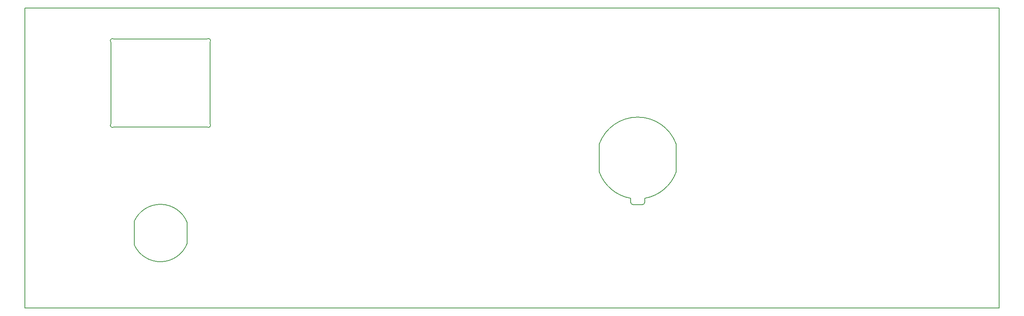
<source format=gbr>
%TF.GenerationSoftware,KiCad,Pcbnew,5.1.6*%
%TF.CreationDate,2020-07-29T12:33:10+02:00*%
%TF.ProjectId,frontpanel,66726f6e-7470-4616-9e65-6c2e6b696361,rev?*%
%TF.SameCoordinates,Original*%
%TF.FileFunction,Profile,NP*%
%FSLAX46Y46*%
G04 Gerber Fmt 4.6, Leading zero omitted, Abs format (unit mm)*
G04 Created by KiCad (PCBNEW 5.1.6) date 2020-07-29 12:33:10*
%MOMM*%
%LPD*%
G01*
G04 APERTURE LIST*
%TA.AperFunction,Profile*%
%ADD10C,0.200000*%
%TD*%
G04 APERTURE END LIST*
D10*
X200146393Y-108646500D02*
X200146393Y-107766904D01*
X197553607Y-109146500D02*
X199646393Y-109146500D01*
X103242886Y-72550001D02*
G75*
G02*
X103950000Y-73257101I353557J-353550D01*
G01*
X197053607Y-108646500D02*
X197053607Y-107766904D01*
X103950000Y-91242900D02*
G75*
G02*
X103242886Y-91950000I-353557J-353550D01*
G01*
X197553607Y-109146500D02*
G75*
G02*
X197053607Y-108646500I0J500000D01*
G01*
X63000000Y-132050000D02*
X63000000Y-65650000D01*
X82757112Y-91950000D02*
G75*
G02*
X82050000Y-91242900I-353556J353550D01*
G01*
X278600000Y-65650000D02*
X278600000Y-132050000D01*
X63000000Y-65650000D02*
X278600000Y-65650000D01*
X98926393Y-117730431D02*
G75*
G02*
X87226393Y-118093476I-5926393J2280431D01*
G01*
X103242886Y-72550001D02*
X82757113Y-72550000D01*
X103950000Y-91242900D02*
X103950000Y-73257101D01*
X82757112Y-91950000D02*
X103242886Y-91950000D01*
X98926393Y-113169569D02*
X98926393Y-117730432D01*
X87226393Y-118093476D02*
X87226393Y-112806525D01*
X200146393Y-108646500D02*
G75*
G02*
X199646393Y-109146500I-500000J0D01*
G01*
X278600000Y-132050000D02*
X63000000Y-132050000D01*
X82049999Y-73257102D02*
G75*
G02*
X82757113Y-72550000I353557J353551D01*
G01*
X87226393Y-112806524D02*
G75*
G02*
X98926393Y-113169569I5773607J-2643476D01*
G01*
X82049999Y-73257102D02*
X82050000Y-91242900D01*
X190100000Y-95743153D02*
X190100000Y-101956848D01*
X197053607Y-107766904D02*
G75*
G02*
X190100000Y-101956848I1546393J8916904D01*
G01*
X207100000Y-101956847D02*
G75*
G02*
X200146393Y-107766904I-8500000J3106847D01*
G01*
X190100000Y-95743152D02*
G75*
G02*
X207100000Y-95743153I8500000J-3106848D01*
G01*
X207100000Y-101956848D02*
X207100000Y-95743153D01*
M02*

</source>
